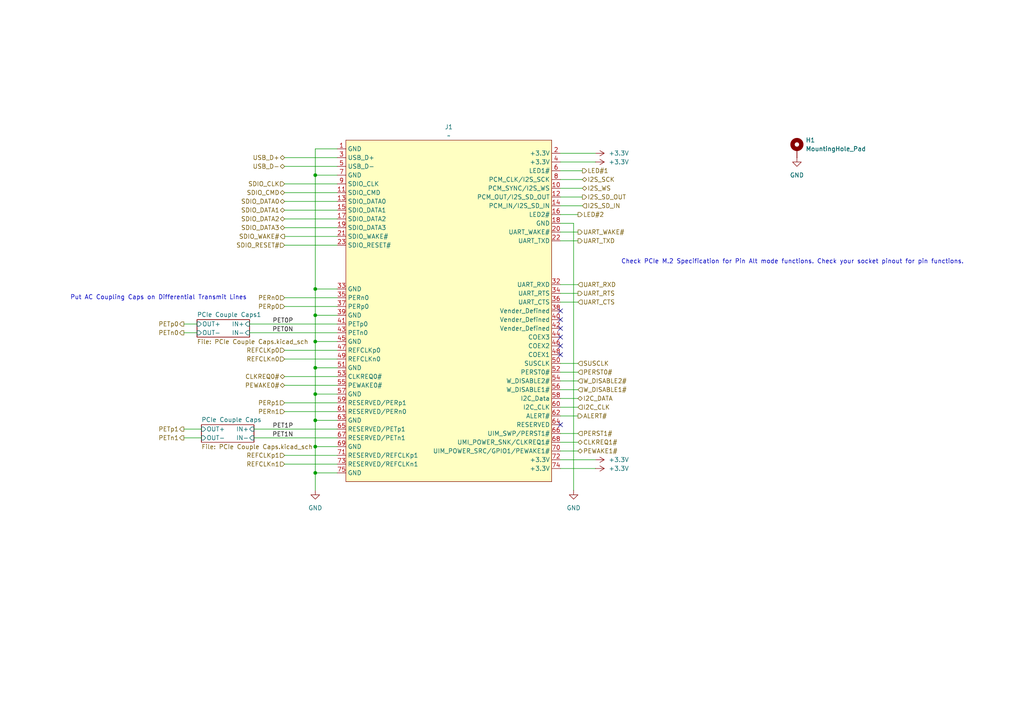
<source format=kicad_sch>
(kicad_sch (version 20250114) (generator "eeschema") (generator_version "9.0")
  (paper "A4")
  (lib_symbols
    (symbol "Mechanical:MountingHole_Pad" (pin_numbers (hide yes)) (pin_names (offset 1.016) (hide yes)) (in_bom no)
      (property "Reference" "H" (at 0 6.35 0))
      (property "Value" "MountingHole_Pad" (at 0 4.445 0))
      (symbol "MountingHole_Pad_0_1"
        (circle (center 0 1.27) (radius 1.27) (stroke (width 1.27)))
      )
      (symbol "MountingHole_Pad_1_1"
        (pin input line (at 0 -2.54 90) (length 2.54) (name "1") (number "1"))
      )
    )
    (symbol "PCIexpress:M.2_E_Key"
      (property "Reference" "J" (at 0 0 0))
      (symbol "M.2_E_Key_0_1"
        (rectangle (start -27.94 -5.08) (end 31.75 -104.14) (fill (type background)))
      )
      (symbol "M.2_E_Key_1_1"
        (pin power_in line (at -30.48 -7.62 0) (length 2.54) (name "GND") (number "1"))
        (pin bidirectional line (at -30.48 -10.16 0) (length 2.54) (name "USB_D+") (number "3"))
        (pin bidirectional line (at -30.48 -12.7 0) (length 2.54) (name "USB_D-") (number "5"))
        (pin power_in line (at -30.48 -15.24 0) (length 2.54) (name "GND") (number "7"))
        (pin input line (at -30.48 -17.78 0) (length 2.54) (name "SDIO_CLK") (number "9"))
        (pin bidirectional line (at -30.48 -20.32 0) (length 2.54) (name "SDIO_CMD") (number "11"))
        (pin bidirectional line (at -30.48 -22.86 0) (length 2.54) (name "SDIO_DATA0") (number "13"))
        (pin bidirectional line (at -30.48 -25.4 0) (length 2.54) (name "SDIO_DATA1") (number "15"))
        (pin bidirectional line (at -30.48 -27.94 0) (length 2.54) (name "SDIO_DATA2") (number "17"))
        (pin bidirectional line (at -30.48 -30.48 0) (length 2.54) (name "SDIO_DATA3") (number "19"))
        (pin output line (at -30.48 -33.02 0) (length 2.54) (name "SDIO_WAKE#") (number "21"))
        (pin input line (at -30.48 -35.56 0) (length 2.54) (name "SDIO_RESET#") (number "23"))
        (pin power_in line (at -30.48 -48.26 0) (length 2.54) (name "GND") (number "33"))
        (pin input line (at -30.48 -50.8 0) (length 2.54) (name "PERn0") (number "35"))
        (pin input line (at -30.48 -53.34 0) (length 2.54) (name "PERp0") (number "37"))
        (pin power_in line (at -30.48 -55.88 0) (length 2.54) (name "GND") (number "39"))
        (pin output line (at -30.48 -58.42 0) (length 2.54) (name "PETp0") (number "41"))
        (pin output line (at -30.48 -60.96 0) (length 2.54) (name "PETn0") (number "43"))
        (pin power_in line (at -30.48 -63.5 0) (length 2.54) (name "GND") (number "45"))
        (pin input line (at -30.48 -66.04 0) (length 2.54) (name "REFCLKp0") (number "47"))
        (pin input line (at -30.48 -68.58 0) (length 2.54) (name "REFCLKn0") (number "49"))
        (pin power_in line (at -30.48 -71.12 0) (length 2.54) (name "GND") (number "51"))
        (pin bidirectional line (at -30.48 -73.66 0) (length 2.54) (name "CLKREQ0#") (number "53"))
        (pin bidirectional line (at -30.48 -76.2 0) (length 2.54) (name "PEWAKE0#") (number "55"))
        (pin power_in line (at -30.48 -78.74 0) (length 2.54) (name "GND") (number "57"))
        (pin input line (at -30.48 -81.28 0) (length 2.54) (name "RESERVED/PERp1") (number "59"))
        (pin input line (at -30.48 -83.82 0) (length 2.54) (name "RESERVED/PERn0") (number "61"))
        (pin power_in line (at -30.48 -86.36 0) (length 2.54) (name "GND") (number "63"))
        (pin output line (at -30.48 -88.9 0) (length 2.54) (name "RESERVED/PETp1") (number "65"))
        (pin output line (at -30.48 -91.44 0) (length 2.54) (name "RESERVED/PETn1") (number "67"))
        (pin passive line (at -30.48 -93.98 0) (length 2.54) (name "GND") (number "69"))
        (pin input line (at -30.48 -96.52 0) (length 2.54) (name "RESERVED/REFCLKp1") (number "71"))
        (pin input line (at -30.48 -99.06 0) (length 2.54) (name "RESERVED/REFCLKn1") (number "73"))
        (pin power_in line (at -30.48 -101.6 0) (length 2.54) (name "GND") (number "75"))
        (pin power_in line (at 34.29 -8.89 180) (length 2.54) (name "+3.3V") (number "2"))
        (pin power_in line (at 34.29 -11.43 180) (length 2.54) (name "+3.3V") (number "4"))
        (pin output line (at 34.29 -13.97 180) (length 2.54) (name "LED1#") (number "6"))
        (pin bidirectional line (at 34.29 -16.51 180) (length 2.54) (name "PCM_CLK/I2S_SCK") (number "8"))
        (pin bidirectional line (at 34.29 -19.05 180) (length 2.54) (name "PCM_SYNC/I2S_WS") (number "10"))
        (pin output line (at 34.29 -21.59 180) (length 2.54) (name "PCM_OUT/I2S_SD_OUT") (number "12"))
        (pin input line (at 34.29 -24.13 180) (length 2.54) (name "PCM_IN/I2S_SD_IN") (number "14"))
        (pin output line (at 34.29 -26.67 180) (length 2.54) (name "LED2#") (number "16"))
        (pin power_in line (at 34.29 -29.21 180) (length 2.54) (name "GND") (number "18"))
        (pin output line (at 34.29 -31.75 180) (length 2.54) (name "UART_WAKE#") (number "20"))
        (pin output line (at 34.29 -34.29 180) (length 2.54) (name "UART_TXD") (number "22"))
        (pin input line (at 34.29 -46.99 180) (length 2.54) (name "UART_RXD") (number "32"))
        (pin output line (at 34.29 -49.53 180) (length 2.54) (name "UART_RTS") (number "34"))
        (pin input line (at 34.29 -52.07 180) (length 2.54) (name "UART_CTS") (number "36"))
        (pin unspecified line (at 34.29 -54.61 180) (length 2.54) (name "Vender_Defined") (number "38"))
        (pin unspecified line (at 34.29 -57.15 180) (length 2.54) (name "Vender_Defined") (number "40"))
        (pin unspecified line (at 34.29 -59.69 180) (length 2.54) (name "Vender_Defined") (number "42"))
        (pin bidirectional line (at 34.29 -62.23 180) (length 2.54) (name "COEX3") (number "44"))
        (pin bidirectional line (at 34.29 -64.77 180) (length 2.54) (name "COEX2") (number "46"))
        (pin bidirectional line (at 34.29 -67.31 180) (length 2.54) (name "COEX1") (number "48"))
        (pin input line (at 34.29 -69.85 180) (length 2.54) (name "SUSCLK") (number "50"))
        (pin input line (at 34.29 -72.39 180) (length 2.54) (name "PERST0#") (number "52"))
        (pin input line (at 34.29 -74.93 180) (length 2.54) (name "W_DISABLE2#") (number "54"))
        (pin input line (at 34.29 -77.47 180) (length 2.54) (name "W_DISABLE1#") (number "56"))
        (pin bidirectional line (at 34.29 -80.01 180) (length 2.54) (name "I2C_Data") (number "58"))
        (pin input line (at 34.29 -82.55 180) (length 2.54) (name "I2C_CLK") (number "60"))
        (pin output line (at 34.29 -85.09 180) (length 2.54) (name "ALERT#") (number "62"))
        (pin unspecified line (at 34.29 -87.63 180) (length 2.54) (name "RESERVED") (number "64"))
        (pin unspecified line (at 34.29 -90.17 180) (length 2.54) (name "UIM_SWP/PERST1#") (number "66"))
        (pin unspecified line (at 34.29 -92.71 180) (length 2.54) (name "UMI_POWER_SNK/CLKREQ1#") (number "68"))
        (pin unspecified line (at 34.29 -95.25 180) (length 2.54) (name "UIM_POWER_SRC/GPIO1/PEWAKE1#") (number "70"))
        (pin power_in line (at 34.29 -97.79 180) (length 2.54) (name "+3.3V") (number "72"))
        (pin power_in line (at 34.29 -100.33 180) (length 2.54) (name "+3.3V") (number "74"))
      )
    )
    (symbol "power:+3.3V" (power) (pin_numbers (hide yes)) (pin_names (offset 0) (hide yes))
      (property "Value" "+3.3V" (at 0 3.556 0))
      (symbol "+3.3V_0_1"
        (polyline (pts (xy -0.762 1.27) (xy 0 2.54)))
        (polyline (pts (xy 0 2.54) (xy 0.762 1.27)))
        (polyline (pts (xy 0 0) (xy 0 2.54)))
      )
      (symbol "+3.3V_1_1"
        (pin power_in line (at 0 0 90) (length 0) (name "~") (number "1"))
      )
    )
    (symbol "power:GND" (power) (pin_numbers (hide yes)) (pin_names (offset 0) (hide yes))
      (property "Value" "GND" (at 0 -3.81 0))
      (symbol "GND_0_1"
        (polyline (pts (xy 0 0) (xy 0 -1.27) (xy 1.27 -1.27) (xy 0 -2.54) (xy -1.27 -1.27) (xy 0 -1.27)))
      )
      (symbol "GND_1_1"
        (pin power_in line (at 0 0 270) (length 0) (name "~") (number "1"))
      )
    )
  )
  (text "Check PCIe M.2 Specification for Pin Alt mode functions. Check your socket pinout for pin functions." (at 229.87 75.946 0) (effects (font (size 1.27 1.27))))
  (text "Put AC Coupling Caps on Differential Transmit Lines" (at 45.974 86.36 0) (effects (font (size 1.27 1.27))))
  (junction (at 91.44 91.44))
  (junction (at 91.44 121.92))
  (junction (at 91.44 114.3))
  (junction (at 91.44 99.06))
  (junction (at 91.44 83.82))
  (junction (at 91.44 106.68))
  (junction (at 91.44 50.8))
  (junction (at 91.44 137.16))
  (junction (at 91.44 129.54))
  (no_connect (at 162.56 100.33))
  (no_connect (at 162.56 95.25))
  (no_connect (at 162.56 92.71))
  (no_connect (at 162.56 123.19))
  (no_connect (at 162.56 102.87))
  (no_connect (at 162.56 97.79))
  (no_connect (at 162.56 90.17))
  (wire (pts (xy 82.55 63.5) (xy 97.79 63.5)))
  (wire (pts (xy 162.56 115.57) (xy 167.64 115.57)))
  (wire (pts (xy 82.55 134.62) (xy 97.79 134.62)))
  (wire (pts (xy 82.55 71.12) (xy 97.79 71.12)))
  (wire (pts (xy 162.56 82.55) (xy 167.64 82.55)))
  (wire (pts (xy 82.55 48.26) (xy 97.79 48.26)))
  (wire (pts (xy 82.55 58.42) (xy 97.79 58.42)))
  (wire (pts (xy 73.66 127) (xy 97.79 127)))
  (wire (pts (xy 82.55 111.76) (xy 97.79 111.76)))
  (wire (pts (xy 82.55 116.84) (xy 97.79 116.84)))
  (wire (pts (xy 162.56 128.27) (xy 167.64 128.27)))
  (wire (pts (xy 162.56 64.77) (xy 166.37 64.77)))
  (wire (pts (xy 162.56 87.63) (xy 167.64 87.63)))
  (wire (pts (xy 162.56 54.61) (xy 168.91 54.61)))
  (wire (pts (xy 82.55 109.22) (xy 97.79 109.22)))
  (wire (pts (xy 91.44 121.92) (xy 91.44 129.54)))
  (wire (pts (xy 91.44 91.44) (xy 91.44 99.06)))
  (wire (pts (xy 82.55 101.6) (xy 97.79 101.6)))
  (wire (pts (xy 97.79 99.06) (xy 91.44 99.06)))
  (wire (pts (xy 162.56 135.89) (xy 172.72 135.89)))
  (wire (pts (xy 82.55 66.04) (xy 97.79 66.04)))
  (wire (pts (xy 91.44 43.18) (xy 91.44 50.8)))
  (wire (pts (xy 162.56 57.15) (xy 168.91 57.15)))
  (wire (pts (xy 82.55 45.72) (xy 97.79 45.72)))
  (wire (pts (xy 97.79 43.18) (xy 91.44 43.18)))
  (wire (pts (xy 162.56 107.95) (xy 167.64 107.95)))
  (wire (pts (xy 97.79 137.16) (xy 91.44 137.16)))
  (wire (pts (xy 97.79 83.82) (xy 91.44 83.82)))
  (wire (pts (xy 82.55 88.9) (xy 97.79 88.9)))
  (wire (pts (xy 91.44 114.3) (xy 91.44 121.92)))
  (wire (pts (xy 91.44 106.68) (xy 91.44 114.3)))
  (wire (pts (xy 162.56 125.73) (xy 167.64 125.73)))
  (wire (pts (xy 72.39 96.52) (xy 97.79 96.52)))
  (wire (pts (xy 162.56 110.49) (xy 167.64 110.49)))
  (wire (pts (xy 162.56 59.69) (xy 168.91 59.69)))
  (wire (pts (xy 91.44 129.54) (xy 91.44 137.16)))
  (wire (pts (xy 73.66 124.46) (xy 97.79 124.46)))
  (wire (pts (xy 162.56 67.31) (xy 167.64 67.31)))
  (wire (pts (xy 162.56 46.99) (xy 172.72 46.99)))
  (wire (pts (xy 91.44 83.82) (xy 91.44 91.44)))
  (wire (pts (xy 91.44 137.16) (xy 91.44 142.24)))
  (wire (pts (xy 82.55 68.58) (xy 97.79 68.58)))
  (wire (pts (xy 162.56 85.09) (xy 167.64 85.09)))
  (wire (pts (xy 82.55 86.36) (xy 97.79 86.36)))
  (wire (pts (xy 162.56 52.07) (xy 168.91 52.07)))
  (wire (pts (xy 162.56 44.45) (xy 172.72 44.45)))
  (wire (pts (xy 53.34 127) (xy 58.42 127)))
  (wire (pts (xy 82.55 53.34) (xy 97.79 53.34)))
  (wire (pts (xy 82.55 104.14) (xy 97.79 104.14)))
  (wire (pts (xy 162.56 113.03) (xy 167.64 113.03)))
  (wire (pts (xy 91.44 50.8) (xy 91.44 83.82)))
  (wire (pts (xy 97.79 129.54) (xy 91.44 129.54)))
  (wire (pts (xy 91.44 99.06) (xy 91.44 106.68)))
  (wire (pts (xy 53.34 96.52) (xy 57.15 96.52)))
  (wire (pts (xy 166.37 64.77) (xy 166.37 142.24)))
  (wire (pts (xy 162.56 118.11) (xy 167.64 118.11)))
  (wire (pts (xy 53.34 93.98) (xy 57.15 93.98)))
  (wire (pts (xy 162.56 49.53) (xy 168.91 49.53)))
  (wire (pts (xy 82.55 60.96) (xy 97.79 60.96)))
  (wire (pts (xy 97.79 50.8) (xy 91.44 50.8)))
  (wire (pts (xy 97.79 106.68) (xy 91.44 106.68)))
  (wire (pts (xy 162.56 69.85) (xy 167.64 69.85)))
  (wire (pts (xy 162.56 120.65) (xy 167.64 120.65)))
  (wire (pts (xy 53.34 124.46) (xy 58.42 124.46)))
  (wire (pts (xy 162.56 105.41) (xy 167.64 105.41)))
  (wire (pts (xy 97.79 91.44) (xy 91.44 91.44)))
  (wire (pts (xy 162.56 62.23) (xy 167.64 62.23)))
  (wire (pts (xy 82.55 132.08) (xy 97.79 132.08)))
  (wire (pts (xy 82.55 119.38) (xy 97.79 119.38)))
  (wire (pts (xy 162.56 130.81) (xy 167.64 130.81)))
  (wire (pts (xy 82.55 55.88) (xy 97.79 55.88)))
  (wire (pts (xy 72.39 93.98) (xy 97.79 93.98)))
  (wire (pts (xy 162.56 133.35) (xy 172.72 133.35)))
  (wire (pts (xy 97.79 114.3) (xy 91.44 114.3)))
  (wire (pts (xy 97.79 121.92) (xy 91.44 121.92)))
  (label "PET0P" (at 85.09 93.98 180))
  (label "PET1N" (at 85.09 127 180))
  (label "PET0N" (at 85.09 96.52 180))
  (label "PET1P" (at 85.09 124.46 180))
  (hierarchical_label "CLKREQ0#" (shape bidirectional) (at 82.55 109.22 180))
  (hierarchical_label "USB_D+" (shape bidirectional) (at 82.55 45.72 180))
  (hierarchical_label "SDIO_CMD" (shape bidirectional) (at 82.55 55.88 180))
  (hierarchical_label "PEWAKE0#" (shape bidirectional) (at 82.55 111.76 180))
  (hierarchical_label "REFCLKn1" (shape input) (at 82.55 134.62 180))
  (hierarchical_label "PETp0" (shape output) (at 53.34 93.98 180))
  (hierarchical_label "I2S_WS" (shape bidirectional) (at 168.91 54.61 0))
  (hierarchical_label "UART_WAKE#" (shape output) (at 167.64 67.31 0))
  (hierarchical_label "SUSCLK" (shape input) (at 167.64 105.41 0))
  (hierarchical_label "PERp0" (shape input) (at 82.55 88.9 180))
  (hierarchical_label "UART_TXD" (shape output) (at 167.64 69.85 0))
  (hierarchical_label "PERp1" (shape input) (at 82.55 116.84 180))
  (hierarchical_label "I2S_SCK" (shape bidirectional) (at 168.91 52.07 0))
  (hierarchical_label "USB_D-" (shape bidirectional) (at 82.55 48.26 180))
  (hierarchical_label "PETn0" (shape output) (at 53.34 96.52 180))
  (hierarchical_label "SDIO_CLK" (shape input) (at 82.55 53.34 180))
  (hierarchical_label "W_DISABLE1#" (shape input) (at 167.64 113.03 0))
  (hierarchical_label "I2S_SD_IN" (shape input) (at 168.91 59.69 0))
  (hierarchical_label "SDIO_RESET#" (shape input) (at 82.55 71.12 180))
  (hierarchical_label "CLKREQ1#" (shape bidirectional) (at 167.64 128.27 0))
  (hierarchical_label "REFCLKn0" (shape input) (at 82.55 104.14 180))
  (hierarchical_label "UART_RXD" (shape input) (at 167.64 82.55 0))
  (hierarchical_label "LED#2" (shape output) (at 167.64 62.23 0))
  (hierarchical_label "I2C_CLK" (shape input) (at 167.64 118.11 0))
  (hierarchical_label "PEWAKE1#" (shape bidirectional) (at 167.64 130.81 0))
  (hierarchical_label "REFCLKp0" (shape input) (at 82.55 101.6 180))
  (hierarchical_label "PETn1" (shape output) (at 53.34 127 180))
  (hierarchical_label "UART_RTS" (shape output) (at 167.64 85.09 0))
  (hierarchical_label "REFCLKp1" (shape input) (at 82.55 132.08 180))
  (hierarchical_label "SDIO_DATA2" (shape bidirectional) (at 82.55 63.5 180))
  (hierarchical_label "I2C_DATA" (shape bidirectional) (at 167.64 115.57 0))
  (hierarchical_label "SDIO_WAKE#" (shape output) (at 82.55 68.58 180))
  (hierarchical_label "PETp1" (shape output) (at 53.34 124.46 180))
  (hierarchical_label "I2S_SD_OUT" (shape output) (at 168.91 57.15 0))
  (hierarchical_label "PERST1#" (shape input) (at 167.64 125.73 0))
  (hierarchical_label "SDIO_DATA1" (shape bidirectional) (at 82.55 60.96 180))
  (hierarchical_label "PERn1" (shape input) (at 82.55 119.38 180))
  (hierarchical_label "PERn0" (shape input) (at 82.55 86.36 180))
  (hierarchical_label "SDIO_DATA0" (shape bidirectional) (at 82.55 58.42 180))
  (hierarchical_label "ALERT#" (shape output) (at 167.64 120.65 0))
  (hierarchical_label "PERST0#" (shape input) (at 167.64 107.95 0))
  (hierarchical_label "LED#1" (shape output) (at 168.91 49.53 0))
  (hierarchical_label "SDIO_DATA3" (shape bidirectional) (at 82.55 66.04 180))
  (hierarchical_label "W_DISABLE2#" (shape input) (at 167.64 110.49 0))
  (hierarchical_label "UART_CTS" (shape input) (at 167.64 87.63 0))
  (symbol (lib_id "power:+3.3V") (at 172.72 133.35 270) (unit 1)
    (property "Reference" "#PWR06" (effects (hide yes)))
    (property "Value" "+3.3V" (at 176.53 133.3499 90) (effects (justify left)))
    (property "Description" "Power symbol creates a global label with name \"+3.3V\"" (effects (hide yes)))
  )
  (symbol (lib_id "power:GND") (at 91.44 142.24 0) (unit 1)
    (property "Reference" "#PWR02" (effects (hide yes)))
    (property "Value" "GND" (at 91.44 147.32 0))
    (property "Description" "Power symbol creates a global label with name \"GND\" , ground" (effects (hide yes)))
  )
  (symbol (lib_id "power:+3.3V") (at 172.72 46.99 270) (unit 1)
    (property "Reference" "#PWR05" (effects (hide yes)))
    (property "Value" "+3.3V" (at 176.53 46.9899 90) (effects (justify left)))
    (property "Description" "Power symbol creates a global label with name \"+3.3V\"" (effects (hide yes)))
  )
  (symbol (lib_id "Mechanical:MountingHole_Pad") (at 231.14 43.18 0) (unit 1) (in_bom no)
    (property "Reference" "H1" (at 233.68 40.6399 0) (effects (justify left)))
    (property "Value" "MountingHole_Pad" (at 233.68 43.1799 0) (effects (justify left)))
    (property "Footprint" "Athena KiCAd library:M.2 Mounting Pad" (effects (hide yes)))
    (property "Description" "Mounting Hole with connection" (effects (hide yes)))
  )
  (symbol (lib_id "power:GND") (at 231.14 45.72 0) (unit 1)
    (property "Reference" "#PWR01" (effects (hide yes)))
    (property "Value" "GND" (at 231.14 50.8 0))
    (property "Description" "Power symbol creates a global label with name \"GND\" , ground" (effects (hide yes)))
  )
  (symbol (lib_id "power:+3.3V") (at 172.72 44.45 270) (unit 1)
    (property "Reference" "#PWR04" (effects (hide yes)))
    (property "Value" "+3.3V" (at 176.53 44.4499 90) (effects (justify left)))
    (property "Description" "Power symbol creates a global label with name \"+3.3V\"" (effects (hide yes)))
  )
  (symbol (lib_id "PCIexpress:M.2_E_Key") (at 128.27 35.56 0) (unit 1)
    (property "Reference" "J1" (at 130.175 36.83 0))
    (property "Value" "~" (at 130.175 39.37 0))
    (property "Footprint" "PCIexpress:M.2 E Key Connector" (effects (hide yes)))
  )
  (symbol (lib_id "power:+3.3V") (at 172.72 135.89 270) (unit 1)
    (property "Reference" "#PWR07" (effects (hide yes)))
    (property "Value" "+3.3V" (at 176.53 135.8899 90) (effects (justify left)))
    (property "Description" "Power symbol creates a global label with name \"+3.3V\"" (effects (hide yes)))
  )
  (symbol (lib_id "power:GND") (at 166.37 142.24 0) (unit 1)
    (property "Reference" "#PWR03" (effects (hide yes)))
    (property "Value" "GND" (at 166.37 147.32 0))
    (property "Description" "Power symbol creates a global label with name \"GND\" , ground" (effects (hide yes)))
  )
  (sheet (at 57.15 92.71) (size 15.24 5.08) (stroke (width 0.1524))
    (property "Sheetname" "PCIe Couple Caps1" (at 57.15 91.9984 0) (effects (justify left bottom)))
    (property "Sheetfile" "PCIe Couple Caps.kicad_sch" (at 57.15 98.3746 0) (effects (justify left top)))
    (pin "OUT-" input (at 57.15 96.52 180))
    (pin "IN+" input (at 72.39 93.98 0))
    (pin "OUT+" input (at 57.15 93.98 180))
    (pin "IN-" input (at 72.39 96.52 0))
  )
  (sheet (at 58.42 123.19) (size 15.24 5.08) (stroke (width 0.1524))
    (property "Sheetname" "PCIe Couple Caps" (at 58.42 122.4784 0) (effects (justify left bottom)))
    (property "Sheetfile" "PCIe Couple Caps.kicad_sch" (at 58.42 128.8546 0) (effects (justify left top)))
    (pin "OUT-" input (at 58.42 127 180))
    (pin "IN+" input (at 73.66 124.46 0))
    (pin "OUT+" input (at 58.42 124.46 180))
    (pin "IN-" input (at 73.66 127 0))
  )
)
</source>
